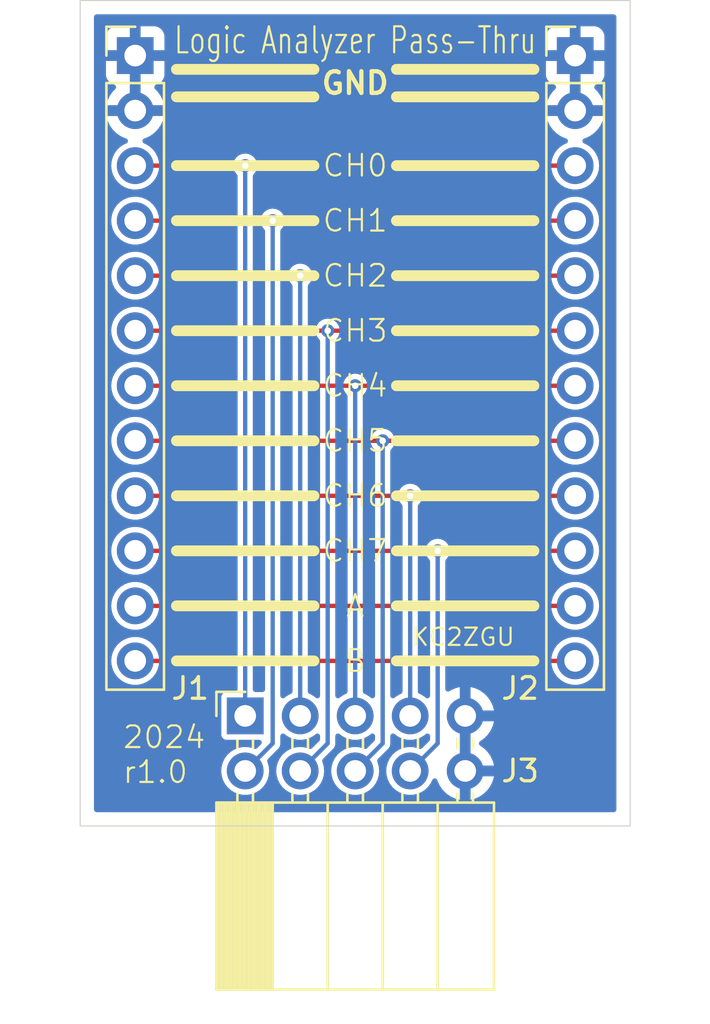
<source format=kicad_pcb>
(kicad_pcb (version 20240108) (generator "pcbnew") (generator_version "8.0")
  (layers (0 "F.Cu" signal) (31 "B.Cu" signal) (34 "B.Paste" user) (35 "F.Paste" user) (36 "B.SilkS" user "B.Silkscreen") (37 "F.SilkS" user "F.Silkscreen") (38 "B.Mask" user) (39 "F.Mask" user) (44 "Edge.Cuts" user))
  (net 0 "")
  (net 1 "/CH1")
  (net 2 "/A")
  (net 3 "/CH4")
  (net 4 "/CH6")
  (net 5 "/CH5")
  (net 6 "/CH7")
  (net 7 "/CH0")
  (net 8 "/B")
  (net 9 "GND")
  (net 10 "/CH3")
  (net 11 "/CH2")
  (footprint "Connector_PinSocket_2.54mm:PinSocket_2x05_P2.54mm_Horizontal" (layer "F.Cu") (at 139.7 137.16 90)
    (property "Reference" "J3" (at -2.54 12.7 0) (layer "F.SilkS"))
    (property "Value" "Conn_02x05_Odd_Even")
    (fp_line (start 1.11 -1.33) (end 1.11 0) (stroke (width 0.12)) (layer "F.SilkS"))
    (fp_line (start 0 -1.33) (end 1.11 -1.33) (stroke (width 0.12)) (layer "F.SilkS"))
    (fp_line (start -4 -1.33) (end -4 11.49) (stroke (width 0.12)) (layer "F.SilkS"))
    (fp_line (start -12.63 -1.33) (end -4 -1.33) (stroke (width 0.12)) (layer "F.SilkS"))
    (fp_line (start -12.63 -1.33) (end -12.63 11.49) (stroke (width 0.12)) (layer "F.SilkS"))
    (fp_line (start -12.63 -1.21) (end -4 -1.21) (stroke (width 0.12)) (layer "F.SilkS"))
    (fp_line (start -12.63 -1.091905) (end -4 -1.091905) (stroke (width 0.12)) (layer "F.SilkS"))
    (fp_line (start -12.63 -0.97381) (end -4 -0.97381) (stroke (width 0.12)) (layer "F.SilkS"))
    (fp_line (start -12.63 -0.855715) (end -4 -0.855715) (stroke (width 0.12)) (layer "F.SilkS"))
    (fp_line (start -12.63 -0.73762) (end -4 -0.73762) (stroke (width 0.12)) (layer "F.SilkS"))
    (fp_line (start -12.63 -0.619525) (end -4 -0.619525) (stroke (width 0.12)) (layer "F.SilkS"))
    (fp_line (start -12.63 -0.50143) (end -4 -0.50143) (stroke (width 0.12)) (layer "F.SilkS"))
    (fp_line (start -12.63 -0.383335) (end -4 -0.383335) (stroke (width 0.12)) (layer "F.SilkS"))
    (fp_line (start -1.49 -0.36) (end -1.11 -0.36) (stroke (width 0.12)) (layer "F.SilkS"))
    (fp_line (start -4 -0.36) (end -3.59 -0.36) (stroke (width 0.12)) (layer "F.SilkS"))
    (fp_line (start -12.63 -0.26524) (end -4 -0.26524) (stroke (width 0.12)) (layer "F.SilkS"))
    (fp_line (start -12.63 -0.147145) (end -4 -0.147145) (stroke (width 0.12)) (layer "F.SilkS"))
    (fp_line (start -12.63 -0.02905) (end -4 -0.02905) (stroke (width 0.12)) (layer "F.SilkS"))
    (fp_line (start -12.63 0.089045) (end -4 0.089045) (stroke (width 0.12)) (layer "F.SilkS"))
    (fp_line (start -12.63 0.20714) (end -4 0.20714) (stroke (width 0.12)) (layer "F.SilkS"))
    (fp_line (start -12.63 0.325235) (end -4 0.325235) (stroke (width 0.12)) (layer "F.SilkS"))
    (fp_line (start -1.49 0.36) (end -1.11 0.36) (stroke (width 0.12)) (layer "F.SilkS"))
    (fp_line (start -4 0.36) (end -3.59 0.36) (stroke (width 0.12)) (layer "F.SilkS"))
    (fp_line (start -12.63 0.44333) (end -4 0.44333) (stroke (width 0.12)) (layer "F.SilkS"))
    (fp_line (start -12.63 0.561425) (end -4 0.561425) (stroke (width 0.12)) (layer "F.SilkS"))
    (fp_line (start -12.63 0.67952) (end -4 0.67952) (stroke (width 0.12)) (layer "F.SilkS"))
    (fp_line (start -12.63 0.797615) (end -4 0.797615) (stroke (width 0.12)) (layer "F.SilkS"))
    (fp_line (start -12.63 0.91571) (end -4 0.91571) (stroke (width 0.12)) (layer "F.SilkS"))
    (fp_line (start -12.63 1.033805) (end -4 1.033805) (stroke (width 0.12)) (layer "F.SilkS"))
    (fp_line (start -12.63 1.1519) (end -4 1.1519) (stroke (width 0.12)) (layer "F.SilkS"))
    (fp_line (start -12.63 1.27) (end -4 1.27) (stroke (width 0.12)) (layer "F.SilkS"))
    (fp_line (start -1.49 2.18) (end -1.05 2.18) (stroke (width 0.12)) (layer "F.SilkS"))
    (fp_line (start -4 2.18) (end -3.59 2.18) (stroke (width 0.12)) (layer "F.SilkS"))
    (fp_line (start -1.49 2.9) (end -1.05 2.9) (stroke (width 0.12)) (layer "F.SilkS"))
    (fp_line (start -4 2.9) (end -3.59 2.9) (stroke (width 0.12)) (layer "F.SilkS"))
    (fp_line (start -12.63 3.81) (end -4 3.81) (stroke (width 0.12)) (layer "F.SilkS"))
    (fp_line (start -1.49 4.72) (end -1.05 4.72) (stroke (width 0.12)) (layer "F.SilkS"))
    (fp_line (start -4 4.72) (end -3.59 4.72) (stroke (width 0.12)) (layer "F.SilkS"))
    (fp_line (start -1.49 5.44) (end -1.05 5.44) (stroke (width 0.12)) (layer "F.SilkS"))
    (fp_line (start -4 5.44) (end -3.59 5.44) (stroke (width 0.12)) (layer "F.SilkS"))
    (fp_line (start -12.63 6.35) (end -4 6.35) (stroke (width 0.12)) (layer "F.SilkS"))
    (fp_line (start -1.49 7.26) (end -1.05 7.26) (stroke (width 0.12)) (layer "F.SilkS"))
    (fp_line (start -4 7.26) (end -3.59 7.26) (stroke (width 0.12)) (layer "F.SilkS"))
    (fp_line (start -1.49 7.98) (end -1.05 7.98) (stroke (width 0.12)) (layer "F.SilkS"))
    (fp_line (start -4 7.98) (end -3.59 7.98) (stroke (width 0.12)) (layer "F.SilkS"))
    (fp_line (start -12.63 8.89) (end -4 8.89) (stroke (width 0.12)) (layer "F.SilkS"))
    (fp_line (start -1.49 9.8) (end -1.05 9.8) (stroke (width 0.12)) (layer "F.SilkS"))
    (fp_line (start -4 9.8) (end -3.59 9.8) (stroke (width 0.12)) (layer "F.SilkS"))
    (fp_line (start -1.49 10.52) (end -1.05 10.52) (stroke (width 0.12)) (layer "F.SilkS"))
    (fp_line (start -4 10.52) (end -3.59 10.52) (stroke (width 0.12)) (layer "F.SilkS"))
    (fp_line (start -12.63 11.49) (end -4 11.49) (stroke (width 0.12)) (layer "F.SilkS"))
    (pad "1" thru_hole rect (at 0 0 90) (size 1.7 1.7) (drill 1) (layers "*.Cu" "*.Mask") (net 7 "/CH0"))
    (pad "2" thru_hole oval (at -2.54 0 90) (size 1.7 1.7) (drill 1) (layers "*.Cu" "*.Mask") (net 1 "/CH1"))
    (pad "3" thru_hole oval (at 0 2.54 90) (size 1.7 1.7) (drill 1) (layers "*.Cu" "*.Mask") (net 11 "/CH2"))
    (pad "4" thru_hole oval (at -2.54 2.54 90) (size 1.7 1.7) (drill 1) (layers "*.Cu" "*.Mask") (net 10 "/CH3"))
    (pad "5" thru_hole oval (at 0 5.08 90) (size 1.7 1.7) (drill 1) (layers "*.Cu" "*.Mask") (net 3 "/CH4"))
    (pad "6" thru_hole oval (at -2.54 5.08 90) (size 1.7 1.7) (drill 1) (layers "*.Cu" "*.Mask") (net 5 "/CH5"))
    (pad "7" thru_hole oval (at 0 7.62 90) (size 1.7 1.7) (drill 1) (layers "*.Cu" "*.Mask") (net 4 "/CH6"))
    (pad "8" thru_hole oval (at -2.54 7.62 90) (size 1.7 1.7) (drill 1) (layers "*.Cu" "*.Mask") (net 6 "/CH7"))
    (pad "9" thru_hole oval (at 0 10.16 90) (size 1.7 1.7) (drill 1) (layers "*.Cu" "*.Mask") (net 9 "GND"))
    (pad "10" thru_hole oval (at -2.54 10.16 90) (size 1.7 1.7) (drill 1) (layers "*.Cu" "*.Mask") (net 9 "GND"))
  )
  (footprint "Connector_PinHeader_2.54mm:PinHeader_1x12_P2.54mm_Vertical" (layer "F.Cu") (at 154.94 106.68)
    (property "Reference" "J2" (at -2.54 29.21 0) (layer "F.SilkS"))
    (property "Value" "Conn_01x12_Pin")
    (fp_line (start -1.33 -1.33) (end 0 -1.33) (stroke (width 0.12)) (layer "F.SilkS"))
    (fp_line (start -1.33 0) (end -1.33 -1.33) (stroke (width 0.12)) (layer "F.SilkS"))
    (fp_line (start -1.33 1.27) (end -1.33 29.27) (stroke (width 0.12)) (layer "F.SilkS"))
    (fp_line (start -1.33 1.27) (end 1.33 1.27) (stroke (width 0.12)) (layer "F.SilkS"))
    (fp_line (start -1.33 29.27) (end 1.33 29.27) (stroke (width 0.12)) (layer "F.SilkS"))
    (fp_line (start 1.33 1.27) (end 1.33 29.27) (stroke (width 0.12)) (layer "F.SilkS"))
    (pad "1" thru_hole rect (at 0 0) (size 1.7 1.7) (drill 1) (layers "*.Cu" "*.Mask") (net 9 "GND"))
    (pad "2" thru_hole oval (at 0 2.54) (size 1.7 1.7) (drill 1) (layers "*.Cu" "*.Mask") (net 9 "GND"))
    (pad "3" thru_hole oval (at 0 5.08) (size 1.7 1.7) (drill 1) (layers "*.Cu" "*.Mask") (net 7 "/CH0"))
    (pad "4" thru_hole oval (at 0 7.62) (size 1.7 1.7) (drill 1) (layers "*.Cu" "*.Mask") (net 1 "/CH1"))
    (pad "5" thru_hole oval (at 0 10.16) (size 1.7 1.7) (drill 1) (layers "*.Cu" "*.Mask") (net 11 "/CH2"))
    (pad "6" thru_hole oval (at 0 12.7) (size 1.7 1.7) (drill 1) (layers "*.Cu" "*.Mask") (net 10 "/CH3"))
    (pad "7" thru_hole oval (at 0 15.24) (size 1.7 1.7) (drill 1) (layers "*.Cu" "*.Mask") (net 3 "/CH4"))
    (pad "8" thru_hole oval (at 0 17.78) (size 1.7 1.7) (drill 1) (layers "*.Cu" "*.Mask") (net 5 "/CH5"))
    (pad "9" thru_hole oval (at 0 20.32) (size 1.7 1.7) (drill 1) (layers "*.Cu" "*.Mask") (net 4 "/CH6"))
    (pad "10" thru_hole oval (at 0 22.86) (size 1.7 1.7) (drill 1) (layers "*.Cu" "*.Mask") (net 6 "/CH7"))
    (pad "11" thru_hole oval (at 0 25.4) (size 1.7 1.7) (drill 1) (layers "*.Cu" "*.Mask") (net 2 "/A"))
    (pad "12" thru_hole oval (at 0 27.94) (size 1.7 1.7) (drill 1) (layers "*.Cu" "*.Mask") (net 8 "/B"))
  )
  (footprint "Connector_PinHeader_2.54mm:PinHeader_1x12_P2.54mm_Vertical" (layer "F.Cu") (at 134.62 106.68)
    (property "Reference" "J1" (at 2.54 29.21 0) (layer "F.SilkS"))
    (property "Value" "Conn_01x12_Pin")
    (fp_line (start -1.33 -1.33) (end 0 -1.33) (stroke (width 0.12)) (layer "F.SilkS"))
    (fp_line (start -1.33 0) (end -1.33 -1.33) (stroke (width 0.12)) (layer "F.SilkS"))
    (fp_line (start -1.33 1.27) (end -1.33 29.27) (stroke (width 0.12)) (layer "F.SilkS"))
    (fp_line (start -1.33 1.27) (end 1.33 1.27) (stroke (width 0.12)) (layer "F.SilkS"))
    (fp_line (start -1.33 29.27) (end 1.33 29.27) (stroke (width 0.12)) (layer "F.SilkS"))
    (fp_line (start 1.33 1.27) (end 1.33 29.27) (stroke (width 0.12)) (layer "F.SilkS"))
    (pad "1" thru_hole rect (at 0 0) (size 1.7 1.7) (drill 1) (layers "*.Cu" "*.Mask") (net 9 "GND"))
    (pad "2" thru_hole oval (at 0 2.54) (size 1.7 1.7) (drill 1) (layers "*.Cu" "*.Mask") (net 9 "GND"))
    (pad "3" thru_hole oval (at 0 5.08) (size 1.7 1.7) (drill 1) (layers "*.Cu" "*.Mask") (net 7 "/CH0"))
    (pad "4" thru_hole oval (at 0 7.62) (size 1.7 1.7) (drill 1) (layers "*.Cu" "*.Mask") (net 1 "/CH1"))
    (pad "5" thru_hole oval (at 0 10.16) (size 1.7 1.7) (drill 1) (layers "*.Cu" "*.Mask") (net 11 "/CH2"))
    (pad "6" thru_hole oval (at 0 12.7) (size 1.7 1.7) (drill 1) (layers "*.Cu" "*.Mask") (net 10 "/CH3"))
    (pad "7" thru_hole oval (at 0 15.24) (size 1.7 1.7) (drill 1) (layers "*.Cu" "*.Mask") (net 3 "/CH4"))
    (pad "8" thru_hole oval (at 0 17.78) (size 1.7 1.7) (drill 1) (layers "*.Cu" "*.Mask") (net 5 "/CH5"))
    (pad "9" thru_hole oval (at 0 20.32) (size 1.7 1.7) (drill 1) (layers "*.Cu" "*.Mask") (net 4 "/CH6"))
    (pad "10" thru_hole oval (at 0 22.86) (size 1.7 1.7) (drill 1) (layers "*.Cu" "*.Mask") (net 6 "/CH7"))
    (pad "11" thru_hole oval (at 0 25.4) (size 1.7 1.7) (drill 1) (layers "*.Cu" "*.Mask") (net 2 "/A"))
    (pad "12" thru_hole oval (at 0 27.94) (size 1.7 1.7) (drill 1) (layers "*.Cu" "*.Mask") (net 8 "/B"))
  )
  (gr_line (start 146.685 116.84) (end 153.035 116.84) (stroke (width 0.5)) (layer "F.SilkS"))
  (gr_line (start 136.525 124.46) (end 142.875 124.46) (stroke (width 0.5)) (layer "F.SilkS"))
  (gr_line (start 146.685 129.54) (end 153.035 129.54) (stroke (width 0.5)) (layer "F.SilkS"))
  (gr_line (start 146.685 121.92) (end 153.035 121.92) (stroke (width 0.5)) (layer "F.SilkS"))
  (gr_line (start 146.685 107.315) (end 153.035 107.315) (stroke (width 0.5)) (layer "F.SilkS"))
  (gr_line (start 136.525 107.315) (end 142.875 107.315) (stroke (width 0.5)) (layer "F.SilkS"))
  (gr_line (start 136.525 116.84) (end 142.875 116.84) (stroke (width 0.5)) (layer "F.SilkS"))
  (gr_line (start 146.685 111.76) (end 153.035 111.76) (stroke (width 0.5)) (layer "F.SilkS"))
  (gr_line (start 136.525 127) (end 142.875 127) (stroke (width 0.5)) (layer "F.SilkS"))
  (gr_line (start 136.525 114.3) (end 142.875 114.3) (stroke (width 0.5)) (layer "F.SilkS"))
  (gr_line (start 146.685 134.62) (end 153.035 134.62) (stroke (width 0.5)) (layer "F.SilkS"))
  (gr_line (start 136.525 134.62) (end 142.875 134.62) (stroke (width 0.5)) (layer "F.SilkS"))
  (gr_line (start 136.525 121.92) (end 142.875 121.92) (stroke (width 0.5)) (layer "F.SilkS"))
  (gr_line (start 146.685 127) (end 153.035 127) (stroke (width 0.5)) (layer "F.SilkS"))
  (gr_line (start 146.685 108.585) (end 153.035 108.585) (stroke (width 0.5)) (layer "F.SilkS"))
  (gr_line (start 136.525 132.08) (end 142.875 132.08) (stroke (width 0.5)) (layer "F.SilkS"))
  (gr_line (start 146.685 114.3) (end 153.035 114.3) (stroke (width 0.5)) (layer "F.SilkS"))
  (gr_line (start 136.525 129.54) (end 142.875 129.54) (stroke (width 0.5)) (layer "F.SilkS"))
  (gr_line (start 136.525 111.76) (end 142.875 111.76) (stroke (width 0.5)) (layer "F.SilkS"))
  (gr_line (start 136.525 119.38) (end 142.875 119.38) (stroke (width 0.5)) (layer "F.SilkS"))
  (gr_line (start 136.525 108.585) (end 142.875 108.585) (stroke (width 0.5)) (layer "F.SilkS"))
  (gr_line (start 146.685 119.38) (end 153.035 119.38) (stroke (width 0.5)) (layer "F.SilkS"))
  (gr_line (start 146.685 132.08) (end 153.035 132.08) (stroke (width 0.5)) (layer "F.SilkS"))
  (gr_line (start 146.685 124.46) (end 153.035 124.46) (stroke (width 0.5)) (layer "F.SilkS"))
  (gr_rect (start 132.08 104.14) (end 157.48 142.24) (stroke (width 0.05)) (fill none) (layer "Edge.Cuts"))
  (gr_text "CH3" (at 144.78 119.38 0) (layer "F.SilkS") (effects (font (size 1 1) (thickness 0.1))))
  (gr_text "CH0" (at 144.78 111.76 0) (layer "F.SilkS") (effects (font (size 1 1) (thickness 0.1))))
  (gr_text "CH6" (at 144.78 127 0) (layer "F.SilkS") (effects (font (size 1 1) (thickness 0.1))))
  (gr_text "CH5" (at 144.78 124.46 0) (layer "F.SilkS") (effects (font (size 1 1) (thickness 0.1))))
  (gr_text "CH1" (at 144.78 114.3 0) (layer "F.SilkS") (effects (font (size 1 1) (thickness 0.1))))
  (gr_text "CH4" (at 144.78 121.92 0) (layer "F.SilkS") (effects (font (size 1 1) (thickness 0.1))))
  (gr_text "2024\nr1.0" (at 133.985 140.335 0) (layer "F.SilkS") (effects (font (size 1 1) (thickness 0.1)) (justify left bottom)))
  (gr_text "B" (at 144.78 134.62 0) (layer "F.SilkS") (effects (font (size 1 1) (thickness 0.1))))
  (gr_text "A" (at 144.78 132.08 0) (layer "F.SilkS") (effects (font (size 1 1) (thickness 0.1))))
  (gr_text "GND" (at 144.78 107.95 0) (layer "F.SilkS") (effects (font (size 1 1) (thickness 0.2) (bold yes))))
  (gr_text "CH2" (at 144.78 116.84 0) (layer "F.SilkS") (effects (font (size 1 1) (thickness 0.1))))
  (gr_text "CH7" (at 144.78 129.54 0) (layer "F.SilkS") (effects (font (size 1 1) (thickness 0.1))))
  (gr_text "KC2ZGU" (at 147.32 133.985 0) (layer "F.SilkS") (effects (font (size 0.8 0.8) (thickness 0.1)) (justify left bottom)))
  (gr_text "Logic Analyzer Pass-Thru" (at 144.78 106.68 0) (layer "F.SilkS") (effects (font (size 1.2 0.85) (thickness 0.1)) (justify bottom)))
  (segment (start 134.62 114.3) (end 140.97 114.3) (width 0.2) (layer "F.Cu") (net 1))
  (segment (start 140.97 114.3) (end 154.94 114.3) (width 0.2) (layer "F.Cu") (net 1))
  (via (at 140.97 114.3) (size 0.6) (drill 0.3) (layers "F.Cu" "B.Cu") (net 1))
  (segment (start 140.97 138.43) (end 140.97 114.3) (width 0.2) (layer "B.Cu") (net 1))
  (segment (start 139.7 139.7) (end 140.97 138.43) (width 0.2) (layer "B.Cu") (net 1))
  (segment (start 134.62 132.08) (end 154.94 132.08) (width 0.2) (layer "F.Cu") (net 2))
  (segment (start 144.78 121.92) (end 154.94 121.92) (width 0.2) (layer "F.Cu") (net 3))
  (segment (start 134.62 121.92) (end 144.78 121.92) (width 0.2) (layer "F.Cu") (net 3))
  (via (at 144.78 121.92) (size 0.6) (drill 0.3) (layers "F.Cu" "B.Cu") (net 3))
  (segment (start 144.78 137.16) (end 144.78 121.92) (width 0.2) (layer "B.Cu") (net 3))
  (segment (start 134.62 127) (end 147.32 127) (width 0.2) (layer "F.Cu") (net 4))
  (segment (start 147.32 127) (end 154.94 127) (width 0.2) (layer "F.Cu") (net 4))
  (via (at 147.32 127) (size 0.6) (drill 0.3) (layers "F.Cu" "B.Cu") (net 4))
  (segment (start 147.32 137.16) (end 147.32 127) (width 0.2) (layer "B.Cu") (net 4))
  (segment (start 134.62 124.46) (end 146.05 124.46) (width 0.2) (layer "F.Cu") (net 5))
  (segment (start 146.05 124.46) (end 154.94 124.46) (width 0.2) (layer "F.Cu") (net 5))
  (via (at 146.05 124.46) (size 0.6) (drill 0.3) (layers "F.Cu" "B.Cu") (net 5))
  (segment (start 146.05 138.43) (end 146.05 124.46) (width 0.2) (layer "B.Cu") (net 5))
  (segment (start 144.78 139.7) (end 146.05 138.43) (width 0.2) (layer "B.Cu") (net 5))
  (segment (start 148.59 129.54) (end 154.94 129.54) (width 0.2) (layer "F.Cu") (net 6))
  (segment (start 134.62 129.54) (end 148.59 129.54) (width 0.2) (layer "F.Cu") (net 6))
  (via (at 148.59 129.54) (size 0.6) (drill 0.3) (layers "F.Cu" "B.Cu") (net 6))
  (segment (start 148.59 138.43) (end 148.59 129.54) (width 0.2) (layer "B.Cu") (net 6))
  (segment (start 147.32 139.7) (end 148.59 138.43) (width 0.2) (layer "B.Cu") (net 6))
  (segment (start 134.62 111.76) (end 139.7 111.76) (width 0.2) (layer "F.Cu") (net 7))
  (segment (start 139.7 111.76) (end 154.94 111.76) (width 0.2) (layer "F.Cu") (net 7))
  (via (at 139.7 111.76) (size 0.6) (drill 0.3) (layers "F.Cu" "B.Cu") (net 7))
  (segment (start 139.7 137.16) (end 139.7 111.76) (width 0.2) (layer "B.Cu") (net 7))
  (segment (start 134.62 134.62) (end 154.94 134.62) (width 0.2) (layer "F.Cu") (net 8))
  (segment (start 143.51 119.38) (end 154.94 119.38) (width 0.2) (layer "F.Cu") (net 10))
  (segment (start 134.62 119.38) (end 143.51 119.38) (width 0.2) (layer "F.Cu") (net 10))
  (via (at 143.51 119.38) (size 0.6) (drill 0.3) (layers "F.Cu" "B.Cu") (net 10))
  (segment (start 142.24 139.7) (end 143.51 138.43) (width 0.2) (layer "B.Cu") (net 10))
  (segment (start 143.51 138.43) (end 143.51 119.38) (width 0.2) (layer "B.Cu") (net 10))
  (segment (start 134.62 116.84) (end 142.24 116.84) (width 0.2) (layer "F.Cu") (net 11))
  (segment (start 142.24 116.84) (end 154.94 116.84) (width 0.2) (layer "F.Cu") (net 11))
  (via (at 142.24 116.84) (size 0.6) (drill 0.3) (layers "F.Cu" "B.Cu") (net 11))
  (segment (start 142.24 137.16) (end 142.24 116.84) (width 0.2) (layer "B.Cu") (net 11))
  (zone (net 9) (net_name "GND") (layer "B.Cu") (connect_pads (clearance 0.25)) (min_thickness 0.25) (fill yes (thermal_gap 0.5) (thermal_bridge_width 0.5))
    (polygon (pts (xy 132.715 104.775) (xy 156.845 104.775) (xy 156.845 141.605) (xy 132.715 141.605)))
  )
)
</source>
